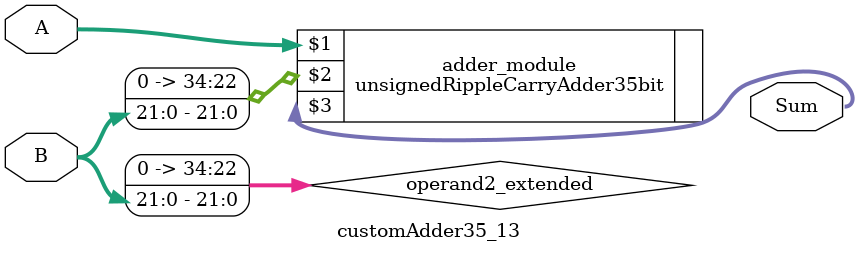
<source format=v>
module customAdder35_13(
                        input [34 : 0] A,
                        input [21 : 0] B,
                        
                        output [35 : 0] Sum
                );

        wire [34 : 0] operand2_extended;
        
        assign operand2_extended =  {13'b0, B};
        
        unsignedRippleCarryAdder35bit adder_module(
            A,
            operand2_extended,
            Sum
        );
        
        endmodule
        
</source>
